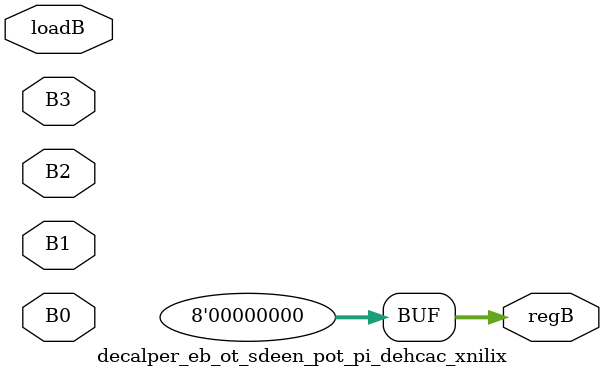
<source format=v>
module decalper_eb_ot_sdeen_pot_pi_dehcac_xnilix(	// file.cleaned.mlir:2:3
  input        B0,	// file.cleaned.mlir:2:59
               B1,	// file.cleaned.mlir:2:72
               B2,	// file.cleaned.mlir:2:85
               B3,	// file.cleaned.mlir:2:98
               loadB,	// file.cleaned.mlir:2:111
  output [7:0] regB	// file.cleaned.mlir:2:128
);

  assign regB = 8'h0;	// file.cleaned.mlir:3:14, :4:5
endmodule


</source>
